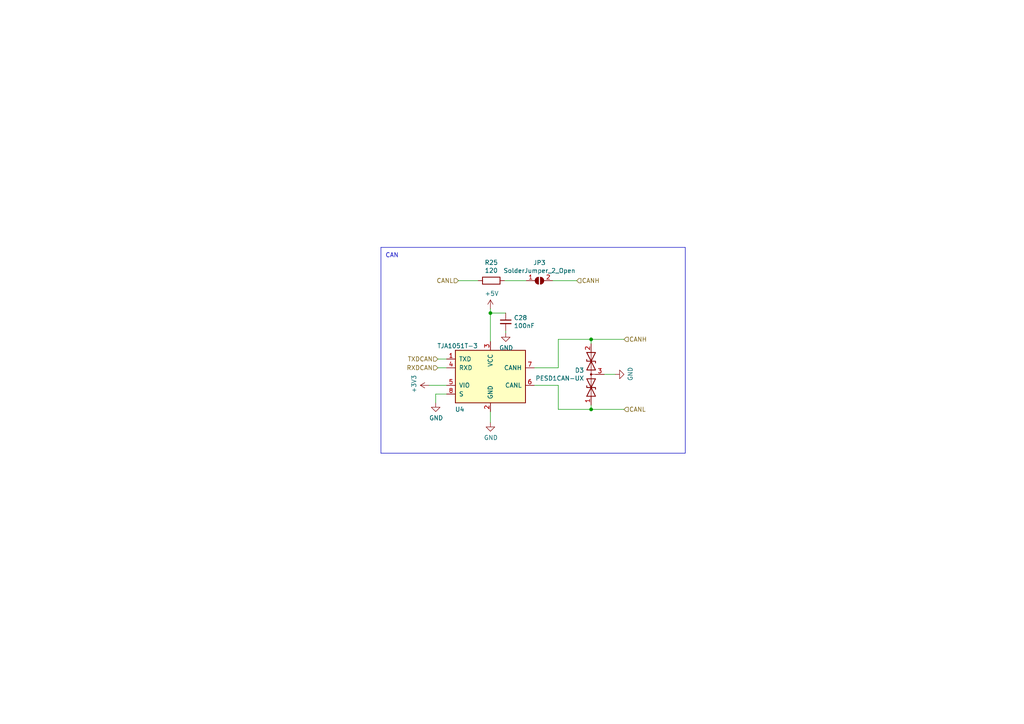
<source format=kicad_sch>
(kicad_sch (version 20230121) (generator eeschema)
  (paper "A4")
  (lib_symbols
    (symbol "Device:R" (pin_numbers hide) (pin_names (offset 0))
      (property "Reference" "R" (at 2.032 0 90))
      (property "Value" "R" (at 0 0 90))
      (symbol "R_0_1"
        (rectangle (start -1.016 -2.54) (end 1.016 2.54) (stroke (width 0.254)))
      )
      (symbol "R_1_1"
        (pin passive line (at 0 3.81 270) (length 1.27) (name "~") (number "1"))
        (pin passive line (at 0 -3.81 90) (length 1.27) (name "~") (number "2"))
      )
    )
    (symbol "prius_gen2-rescue:+3V3-power-prius_gen2-rescue" (power) (pin_names (offset 0))
      (property "Value" "+3V3-power-prius_gen2-rescue" (at 0 3.556 0))
      (symbol "+3V3-power-prius_gen2-rescue_0_1"
        (polyline (pts (xy -0.762 1.27) (xy 0 2.54)))
        (polyline (pts (xy 0 0) (xy 0 2.54)))
        (polyline (pts (xy 0 2.54) (xy 0.762 1.27)))
      )
      (symbol "+3V3-power-prius_gen2-rescue_1_1"
        (pin power_in line (at 0 0 90) (length 0) hide (name "+3V3") (number "1"))
      )
    )
    (symbol "prius_gen2-rescue:+5V-power-prius_gen2-rescue" (power) (pin_names (offset 0))
      (property "Value" "+5V-power-prius_gen2-rescue" (at 0 3.556 0))
      (symbol "+5V-power-prius_gen2-rescue_0_1"
        (polyline (pts (xy -0.762 1.27) (xy 0 2.54)))
        (polyline (pts (xy 0 0) (xy 0 2.54)))
        (polyline (pts (xy 0 2.54) (xy 0.762 1.27)))
      )
      (symbol "+5V-power-prius_gen2-rescue_1_1"
        (pin power_in line (at 0 0 90) (length 0) hide (name "+5V") (number "1"))
      )
    )
    (symbol "prius_gen2-rescue:C_Small-Device-prius_gen2-rescue" (pin_numbers hide) (pin_names (offset 0.254) hide)
      (property "Reference" "C" (at 0.254 1.778 0))
      (property "Value" "C_Small-Device-prius_gen2-rescue" (at 0.254 -2.032 0))
      (symbol "C_Small-Device-prius_gen2-rescue_0_1"
        (polyline (pts (xy -1.524 -0.508) (xy 1.524 -0.508)) (stroke (width 0.3302)))
        (polyline (pts (xy -1.524 0.508) (xy 1.524 0.508)) (stroke (width 0.3048)))
      )
      (symbol "C_Small-Device-prius_gen2-rescue_1_1"
        (pin passive line (at 0 2.54 270) (length 2.032) (name "~") (number "1"))
        (pin passive line (at 0 -2.54 90) (length 2.032) (name "~") (number "2"))
      )
    )
    (symbol "prius_gen2-rescue:D_TVS_x2_AAC-Device-prius_gen2-rescue" (pin_names (offset 1.016) hide)
      (property "Reference" "D" (at 0 4.445 0))
      (property "Value" "D_TVS_x2_AAC-Device-prius_gen2-rescue" (at 0 2.54 0))
      (symbol "D_TVS_x2_AAC-Device-prius_gen2-rescue_0_0"
        (polyline (pts (xy 0 -1.27) (xy 0 0)))
      )
      (symbol "D_TVS_x2_AAC-Device-prius_gen2-rescue_0_1"
        (polyline (pts (xy -6.35 0) (xy 6.35 0)))
        (polyline (pts (xy -3.302 1.27) (xy -3.81 1.27) (xy -3.81 -1.27) (xy -4.318 -1.27)) (stroke (width 0.254)))
        (polyline (pts (xy 4.318 1.27) (xy 3.81 1.27) (xy 3.81 -1.27) (xy 3.302 -1.27)) (stroke (width 0.254)))
        (polyline (pts (xy -6.35 1.27) (xy -1.27 -1.27) (xy -1.27 1.27) (xy -6.35 -1.27) (xy -6.35 1.27)) (stroke (width 0.254)))
        (polyline (pts (xy 6.35 1.27) (xy 1.27 -1.27) (xy 1.27 1.27) (xy 6.35 -1.27) (xy 6.35 1.27)) (stroke (width 0.254)))
        (circle (center 0 0) (radius 0.254) (fill (type outline)))
      )
      (symbol "D_TVS_x2_AAC-Device-prius_gen2-rescue_1_1"
        (pin passive line (at -8.89 0 0) (length 2.54) (name "A1") (number "1"))
        (pin passive line (at 8.89 0 180) (length 2.54) (name "A2") (number "2"))
        (pin input line (at 0 -3.81 90) (length 2.54) (name "common") (number "3"))
      )
    )
    (symbol "prius_gen2-rescue:GND-power-prius_gen2-rescue" (power) (pin_names (offset 0))
      (property "Value" "GND-power-prius_gen2-rescue" (at 0 -3.81 0))
      (symbol "GND-power-prius_gen2-rescue_0_1"
        (polyline (pts (xy 0 0) (xy 0 -1.27) (xy 1.27 -1.27) (xy 0 -2.54) (xy -1.27 -1.27) (xy 0 -1.27)))
      )
      (symbol "GND-power-prius_gen2-rescue_1_1"
        (pin power_in line (at 0 0 270) (length 0) hide (name "GND") (number "1"))
      )
    )
    (symbol "prius_gen2-rescue:SolderJumper_2_Open-Jumper-prius_gen2-rescue" (pin_names (offset 0) hide)
      (property "Reference" "JP" (at 0 2.032 0))
      (property "Value" "SolderJumper_2_Open-Jumper-prius_gen2-rescue" (at 0 -2.54 0))
      (symbol "SolderJumper_2_Open-Jumper-prius_gen2-rescue_0_1"
        (arc (start -0.254 1.016) (mid -1.2656 0) (end -0.254 -1.016))
        (arc (start -0.254 1.016) (mid -1.2656 0) (end -0.254 -1.016) (fill (type outline)))
        (polyline (pts (xy -0.254 1.016) (xy -0.254 -1.016)))
        (polyline (pts (xy 0.254 1.016) (xy 0.254 -1.016)))
        (arc (start 0.254 -1.016) (mid 1.2656 0) (end 0.254 1.016))
        (arc (start 0.254 -1.016) (mid 1.2656 0) (end 0.254 1.016) (fill (type outline)))
      )
      (symbol "SolderJumper_2_Open-Jumper-prius_gen2-rescue_1_1"
        (pin passive line (at -3.81 0 0) (length 2.54) (name "A") (number "1"))
        (pin passive line (at 3.81 0 180) (length 2.54) (name "B") (number "2"))
      )
    )
    (symbol "prius_gen2-rescue:TJA1051T-3-Interface_CAN_LIN-prius_gen2-rescue" (pin_names (offset 1.016))
      (property "Reference" "U" (at -10.16 8.89 0))
      (property "Value" "TJA1051T-3-Interface_CAN_LIN-prius_gen2-rescue" (at 1.27 8.89 0))
      (symbol "TJA1051T-3-Interface_CAN_LIN-prius_gen2-rescue_0_1"
        (rectangle (start -10.16 7.62) (end 10.16 -7.62) (stroke (width 0.254)) (fill (type background)))
      )
      (symbol "TJA1051T-3-Interface_CAN_LIN-prius_gen2-rescue_1_1"
        (pin input line (at -12.7 5.08 0) (length 2.54) (name "TXD") (number "1"))
        (pin power_in line (at 0 -10.16 90) (length 2.54) (name "GND") (number "2"))
        (pin power_in line (at 0 10.16 270) (length 2.54) (name "VCC") (number "3"))
        (pin output line (at -12.7 2.54 0) (length 2.54) (name "RXD") (number "4"))
        (pin power_in line (at -12.7 -2.54 0) (length 2.54) (name "VIO") (number "5"))
        (pin bidirectional line (at 12.7 -2.54 180) (length 2.54) (name "CANL") (number "6"))
        (pin bidirectional line (at 12.7 2.54 180) (length 2.54) (name "CANH") (number "7"))
        (pin input line (at -12.7 -5.08 0) (length 2.54) (name "S") (number "8"))
      )
    )
  )
  (junction (at 171.45 118.745))
  (junction (at 142.24 90.805))
  (junction (at 171.45 98.425))
  (wire (pts (xy 126.365 116.84) (xy 126.365 114.3)))
  (wire (pts (xy 180.975 118.745) (xy 171.45 118.745)))
  (wire (pts (xy 171.45 99.695) (xy 171.45 98.425)))
  (wire (pts (xy 146.685 90.805) (xy 142.24 90.805)))
  (wire (pts (xy 142.24 122.555) (xy 142.24 119.38)))
  (wire (pts (xy 127 106.68) (xy 129.54 106.68)))
  (wire (pts (xy 171.45 117.475) (xy 171.45 118.745)))
  (wire (pts (xy 126.365 114.3) (xy 129.54 114.3)))
  (wire (pts (xy 138.684 81.407) (xy 132.969 81.407)))
  (wire (pts (xy 171.45 118.745) (xy 161.925 118.745)))
  (polyline (pts (xy 198.755 71.755) (xy 198.755 131.445)))
  (wire (pts (xy 142.24 89.535) (xy 142.24 90.805)))
  (wire (pts (xy 161.925 98.425) (xy 161.925 106.68)))
  (wire (pts (xy 171.45 98.425) (xy 180.975 98.425)))
  (wire (pts (xy 142.24 90.805) (xy 142.24 99.06)))
  (polyline (pts (xy 110.49 131.445) (xy 110.49 71.755)))
  (wire (pts (xy 178.435 108.585) (xy 175.26 108.585)))
  (wire (pts (xy 152.654 81.407) (xy 146.304 81.407)))
  (wire (pts (xy 161.925 106.68) (xy 154.94 106.68)))
  (wire (pts (xy 161.925 98.425) (xy 171.45 98.425)))
  (polyline (pts (xy 110.49 71.755) (xy 198.755 71.755)))
  (wire (pts (xy 124.46 111.76) (xy 129.54 111.76)))
  (wire (pts (xy 129.54 104.14) (xy 127 104.14)))
  (polyline (pts (xy 198.755 131.445) (xy 110.49 131.445)))
  (wire (pts (xy 167.259 81.407) (xy 160.274 81.407)))
  (wire (pts (xy 161.925 111.76) (xy 154.94 111.76)))
  (wire (pts (xy 161.925 118.745) (xy 161.925 111.76)))
  (wire (pts (xy 146.685 96.52) (xy 146.685 95.885)))
  (text "CAN" (at 111.76 74.93 0) (effects (font (size 1.27 1.27)) (justify left bottom)))
  (hierarchical_label "RXDCAN" (shape input) (at 127 106.68 180))
  (hierarchical_label "CANL" (shape input) (at 132.969 81.407 180))
  (hierarchical_label "CANL" (shape input) (at 180.975 118.745 0))
  (hierarchical_label "CANH" (shape input) (at 167.259 81.407 0))
  (hierarchical_label "CANH" (shape input) (at 180.975 98.425 0))
  (hierarchical_label "TXDCAN" (shape input) (at 127 104.14 180))
  (symbol (lib_id "Device:R") (at 142.494 81.407 270) (unit 1)
    (property "Reference" "R25" (at 142.494 76.1492 90))
    (property "Value" "120" (at 142.494 78.4606 90))
    (property "Footprint" "Resistor_SMD:R_0603_1608Metric" (effects hide))
  )
  (symbol (lib_id "prius_gen2-rescue:SolderJumper_2_Open-Jumper-prius_gen2-rescue") (at 156.464 81.407 0) (unit 1)
    (property "Reference" "JP3" (at 156.464 76.2 0))
    (property "Value" "SolderJumper_2_Open" (at 156.464 78.5114 0))
    (property "Footprint" "Jumper:SolderJumper-2_P1.3mm_Open_TrianglePad1.0x1.5mm" (effects hide))
  )
  (symbol (lib_id "prius_gen2-rescue:+3V3-power-prius_gen2-rescue") (at 124.46 111.76 90) (unit 1)
    (property "Reference" "#PWR046" (effects hide))
    (property "Value" "+3V3" (at 120.0658 111.379 0))
  )
  (symbol (lib_id "prius_gen2-rescue:TJA1051T-3-Interface_CAN_LIN-prius_gen2-rescue") (at 142.24 109.22 0) (unit 1)
    (property "Reference" "U4" (at 133.35 118.745 0))
    (property "Value" "TJA1051T-3" (at 132.715 100.33 0))
    (property "Footprint" "Package_SO:SOIC-8_3.9x4.9mm_P1.27mm" (effects hide))
    (property "Datasheet" "http://www.nxp.com/documents/data_sheet/TJA1051.pdf" (effects hide))
  )
  (symbol (lib_id "prius_gen2-rescue:+5V-power-prius_gen2-rescue") (at 142.24 89.535 0) (unit 1)
    (property "Reference" "#PWR048" (effects hide))
    (property "Value" "+5V" (at 142.621 85.1408 0))
  )
  (symbol (lib_id "prius_gen2-rescue:GND-power-prius_gen2-rescue") (at 126.365 116.84 0) (unit 1)
    (property "Reference" "#PWR047" (effects hide))
    (property "Value" "GND" (at 126.492 121.2342 0))
  )
  (symbol (lib_id "prius_gen2-rescue:GND-power-prius_gen2-rescue") (at 142.24 122.555 0) (unit 1)
    (property "Reference" "#PWR049" (effects hide))
    (property "Value" "GND" (at 142.367 126.9492 0))
  )
  (symbol (lib_id "prius_gen2-rescue:D_TVS_x2_AAC-Device-prius_gen2-rescue") (at 171.45 108.585 90) (unit 1)
    (property "Reference" "D3" (at 169.418 107.4166 90) (effects (justify left)))
    (property "Value" "PESD1CAN-UX" (at 169.418 109.728 90) (effects (justify left)))
    (property "Footprint" "Package_TO_SOT_SMD:SOT-323_SC-70" (effects hide))
  )
  (symbol (lib_id "prius_gen2-rescue:GND-power-prius_gen2-rescue") (at 178.435 108.585 90) (unit 1)
    (property "Reference" "#PWR051" (effects hide))
    (property "Value" "GND" (at 182.8292 108.458 0))
  )
  (symbol (lib_id "prius_gen2-rescue:C_Small-Device-prius_gen2-rescue") (at 146.685 93.345 0) (unit 1)
    (property "Reference" "C28" (at 149.0218 92.1766 0) (effects (justify left)))
    (property "Value" "100nF" (at 149.0218 94.488 0) (effects (justify left)))
    (property "Footprint" "Capacitor_SMD:C_0603_1608Metric" (effects hide))
  )
  (symbol (lib_id "prius_gen2-rescue:GND-power-prius_gen2-rescue") (at 146.685 96.52 0) (unit 1)
    (property "Reference" "#PWR050" (effects hide))
    (property "Value" "GND" (at 146.812 100.9142 0))
  )
)
</source>
